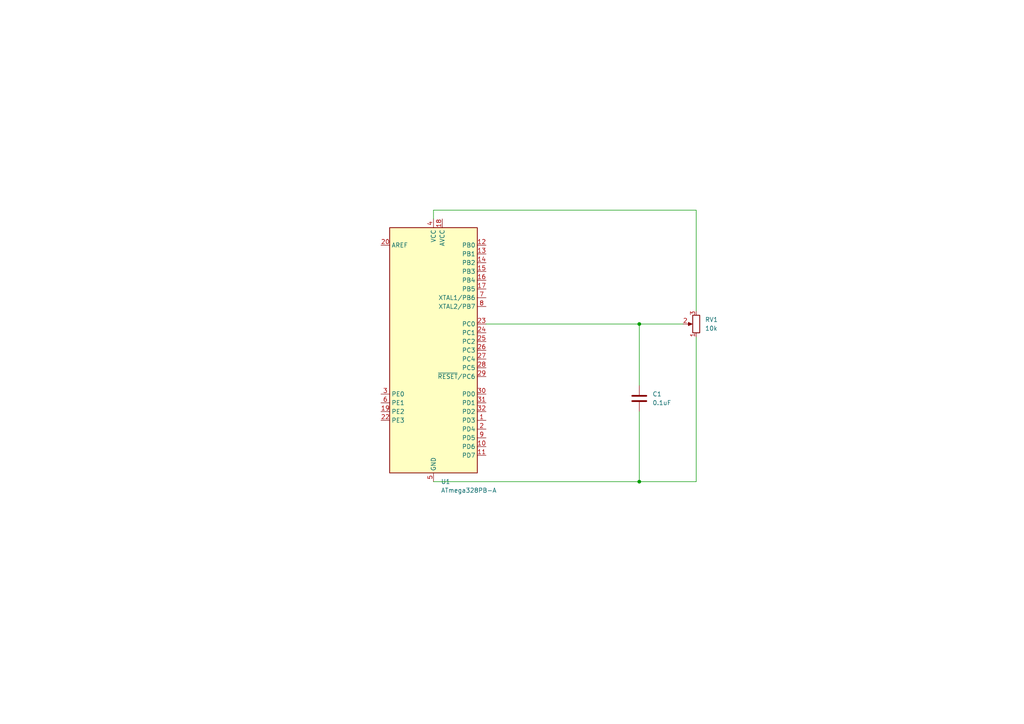
<source format=kicad_sch>
(kicad_sch
	(version 20250114)
	(generator "eeschema")
	(generator_version "9.0")
	(uuid "1208a051-b884-4781-8c1b-6aac6f71227c")
	(paper "A4")
	(lib_symbols
		(symbol "Device:C"
			(pin_numbers
				(hide yes)
			)
			(pin_names
				(offset 0.254)
			)
			(exclude_from_sim no)
			(in_bom yes)
			(on_board yes)
			(property "Reference" "C"
				(at 0.635 2.54 0)
				(effects
					(font
						(size 1.27 1.27)
					)
					(justify left)
				)
			)
			(property "Value" "C"
				(at 0.635 -2.54 0)
				(effects
					(font
						(size 1.27 1.27)
					)
					(justify left)
				)
			)
			(property "Footprint" ""
				(at 0.9652 -3.81 0)
				(effects
					(font
						(size 1.27 1.27)
					)
					(hide yes)
				)
			)
			(property "Datasheet" "~"
				(at 0 0 0)
				(effects
					(font
						(size 1.27 1.27)
					)
					(hide yes)
				)
			)
			(property "Description" "Unpolarized capacitor"
				(at 0 0 0)
				(effects
					(font
						(size 1.27 1.27)
					)
					(hide yes)
				)
			)
			(property "ki_keywords" "cap capacitor"
				(at 0 0 0)
				(effects
					(font
						(size 1.27 1.27)
					)
					(hide yes)
				)
			)
			(property "ki_fp_filters" "C_*"
				(at 0 0 0)
				(effects
					(font
						(size 1.27 1.27)
					)
					(hide yes)
				)
			)
			(symbol "C_0_1"
				(polyline
					(pts
						(xy -2.032 0.762) (xy 2.032 0.762)
					)
					(stroke
						(width 0.508)
						(type default)
					)
					(fill
						(type none)
					)
				)
				(polyline
					(pts
						(xy -2.032 -0.762) (xy 2.032 -0.762)
					)
					(stroke
						(width 0.508)
						(type default)
					)
					(fill
						(type none)
					)
				)
			)
			(symbol "C_1_1"
				(pin passive line
					(at 0 3.81 270)
					(length 2.794)
					(name "~"
						(effects
							(font
								(size 1.27 1.27)
							)
						)
					)
					(number "1"
						(effects
							(font
								(size 1.27 1.27)
							)
						)
					)
				)
				(pin passive line
					(at 0 -3.81 90)
					(length 2.794)
					(name "~"
						(effects
							(font
								(size 1.27 1.27)
							)
						)
					)
					(number "2"
						(effects
							(font
								(size 1.27 1.27)
							)
						)
					)
				)
			)
			(embedded_fonts no)
		)
		(symbol "Device:R_Potentiometer"
			(pin_names
				(offset 1.016)
				(hide yes)
			)
			(exclude_from_sim no)
			(in_bom yes)
			(on_board yes)
			(property "Reference" "RV"
				(at -4.445 0 90)
				(effects
					(font
						(size 1.27 1.27)
					)
				)
			)
			(property "Value" "R_Potentiometer"
				(at -2.54 0 90)
				(effects
					(font
						(size 1.27 1.27)
					)
				)
			)
			(property "Footprint" ""
				(at 0 0 0)
				(effects
					(font
						(size 1.27 1.27)
					)
					(hide yes)
				)
			)
			(property "Datasheet" "~"
				(at 0 0 0)
				(effects
					(font
						(size 1.27 1.27)
					)
					(hide yes)
				)
			)
			(property "Description" "Potentiometer"
				(at 0 0 0)
				(effects
					(font
						(size 1.27 1.27)
					)
					(hide yes)
				)
			)
			(property "ki_keywords" "resistor variable"
				(at 0 0 0)
				(effects
					(font
						(size 1.27 1.27)
					)
					(hide yes)
				)
			)
			(property "ki_fp_filters" "Potentiometer*"
				(at 0 0 0)
				(effects
					(font
						(size 1.27 1.27)
					)
					(hide yes)
				)
			)
			(symbol "R_Potentiometer_0_1"
				(rectangle
					(start 1.016 2.54)
					(end -1.016 -2.54)
					(stroke
						(width 0.254)
						(type default)
					)
					(fill
						(type none)
					)
				)
				(polyline
					(pts
						(xy 1.143 0) (xy 2.286 0.508) (xy 2.286 -0.508) (xy 1.143 0)
					)
					(stroke
						(width 0)
						(type default)
					)
					(fill
						(type outline)
					)
				)
				(polyline
					(pts
						(xy 2.54 0) (xy 1.524 0)
					)
					(stroke
						(width 0)
						(type default)
					)
					(fill
						(type none)
					)
				)
			)
			(symbol "R_Potentiometer_1_1"
				(pin passive line
					(at 0 3.81 270)
					(length 1.27)
					(name "1"
						(effects
							(font
								(size 1.27 1.27)
							)
						)
					)
					(number "1"
						(effects
							(font
								(size 1.27 1.27)
							)
						)
					)
				)
				(pin passive line
					(at 0 -3.81 90)
					(length 1.27)
					(name "3"
						(effects
							(font
								(size 1.27 1.27)
							)
						)
					)
					(number "3"
						(effects
							(font
								(size 1.27 1.27)
							)
						)
					)
				)
				(pin passive line
					(at 3.81 0 180)
					(length 1.27)
					(name "2"
						(effects
							(font
								(size 1.27 1.27)
							)
						)
					)
					(number "2"
						(effects
							(font
								(size 1.27 1.27)
							)
						)
					)
				)
			)
			(embedded_fonts no)
		)
		(symbol "MCU_Microchip_ATmega:ATmega328PB-A"
			(exclude_from_sim no)
			(in_bom yes)
			(on_board yes)
			(property "Reference" "U"
				(at -12.7 36.83 0)
				(effects
					(font
						(size 1.27 1.27)
					)
					(justify left bottom)
				)
			)
			(property "Value" "ATmega328PB-A"
				(at 2.54 -36.83 0)
				(effects
					(font
						(size 1.27 1.27)
					)
					(justify left top)
				)
			)
			(property "Footprint" "Package_QFP:TQFP-32_7x7mm_P0.8mm"
				(at 0 0 0)
				(effects
					(font
						(size 1.27 1.27)
						(italic yes)
					)
					(hide yes)
				)
			)
			(property "Datasheet" "http://ww1.microchip.com/downloads/en/DeviceDoc/40001906C.pdf"
				(at 0 0 0)
				(effects
					(font
						(size 1.27 1.27)
					)
					(hide yes)
				)
			)
			(property "Description" "20MHz, 32kB Flash, 2kB SRAM, 1kB EEPROM, TQFP-32"
				(at 0 0 0)
				(effects
					(font
						(size 1.27 1.27)
					)
					(hide yes)
				)
			)
			(property "ki_keywords" "AVR 8bit Microcontroller MegaAVR"
				(at 0 0 0)
				(effects
					(font
						(size 1.27 1.27)
					)
					(hide yes)
				)
			)
			(property "ki_fp_filters" "TQFP*7x7mm*P0.8mm*"
				(at 0 0 0)
				(effects
					(font
						(size 1.27 1.27)
					)
					(hide yes)
				)
			)
			(symbol "ATmega328PB-A_0_1"
				(rectangle
					(start -12.7 -35.56)
					(end 12.7 35.56)
					(stroke
						(width 0.254)
						(type default)
					)
					(fill
						(type background)
					)
				)
			)
			(symbol "ATmega328PB-A_1_1"
				(pin passive line
					(at -15.24 30.48 0)
					(length 2.54)
					(name "AREF"
						(effects
							(font
								(size 1.27 1.27)
							)
						)
					)
					(number "20"
						(effects
							(font
								(size 1.27 1.27)
							)
						)
					)
				)
				(pin bidirectional line
					(at -15.24 -12.7 0)
					(length 2.54)
					(name "PE0"
						(effects
							(font
								(size 1.27 1.27)
							)
						)
					)
					(number "3"
						(effects
							(font
								(size 1.27 1.27)
							)
						)
					)
				)
				(pin bidirectional line
					(at -15.24 -15.24 0)
					(length 2.54)
					(name "PE1"
						(effects
							(font
								(size 1.27 1.27)
							)
						)
					)
					(number "6"
						(effects
							(font
								(size 1.27 1.27)
							)
						)
					)
				)
				(pin bidirectional line
					(at -15.24 -17.78 0)
					(length 2.54)
					(name "PE2"
						(effects
							(font
								(size 1.27 1.27)
							)
						)
					)
					(number "19"
						(effects
							(font
								(size 1.27 1.27)
							)
						)
					)
				)
				(pin bidirectional line
					(at -15.24 -20.32 0)
					(length 2.54)
					(name "PE3"
						(effects
							(font
								(size 1.27 1.27)
							)
						)
					)
					(number "22"
						(effects
							(font
								(size 1.27 1.27)
							)
						)
					)
				)
				(pin power_in line
					(at 0 38.1 270)
					(length 2.54)
					(name "VCC"
						(effects
							(font
								(size 1.27 1.27)
							)
						)
					)
					(number "4"
						(effects
							(font
								(size 1.27 1.27)
							)
						)
					)
				)
				(pin passive line
					(at 0 -38.1 90)
					(length 2.54)
					(hide yes)
					(name "GND"
						(effects
							(font
								(size 1.27 1.27)
							)
						)
					)
					(number "21"
						(effects
							(font
								(size 1.27 1.27)
							)
						)
					)
				)
				(pin power_in line
					(at 0 -38.1 90)
					(length 2.54)
					(name "GND"
						(effects
							(font
								(size 1.27 1.27)
							)
						)
					)
					(number "5"
						(effects
							(font
								(size 1.27 1.27)
							)
						)
					)
				)
				(pin power_in line
					(at 2.54 38.1 270)
					(length 2.54)
					(name "AVCC"
						(effects
							(font
								(size 1.27 1.27)
							)
						)
					)
					(number "18"
						(effects
							(font
								(size 1.27 1.27)
							)
						)
					)
				)
				(pin bidirectional line
					(at 15.24 30.48 180)
					(length 2.54)
					(name "PB0"
						(effects
							(font
								(size 1.27 1.27)
							)
						)
					)
					(number "12"
						(effects
							(font
								(size 1.27 1.27)
							)
						)
					)
				)
				(pin bidirectional line
					(at 15.24 27.94 180)
					(length 2.54)
					(name "PB1"
						(effects
							(font
								(size 1.27 1.27)
							)
						)
					)
					(number "13"
						(effects
							(font
								(size 1.27 1.27)
							)
						)
					)
				)
				(pin bidirectional line
					(at 15.24 25.4 180)
					(length 2.54)
					(name "PB2"
						(effects
							(font
								(size 1.27 1.27)
							)
						)
					)
					(number "14"
						(effects
							(font
								(size 1.27 1.27)
							)
						)
					)
				)
				(pin bidirectional line
					(at 15.24 22.86 180)
					(length 2.54)
					(name "PB3"
						(effects
							(font
								(size 1.27 1.27)
							)
						)
					)
					(number "15"
						(effects
							(font
								(size 1.27 1.27)
							)
						)
					)
				)
				(pin bidirectional line
					(at 15.24 20.32 180)
					(length 2.54)
					(name "PB4"
						(effects
							(font
								(size 1.27 1.27)
							)
						)
					)
					(number "16"
						(effects
							(font
								(size 1.27 1.27)
							)
						)
					)
				)
				(pin bidirectional line
					(at 15.24 17.78 180)
					(length 2.54)
					(name "PB5"
						(effects
							(font
								(size 1.27 1.27)
							)
						)
					)
					(number "17"
						(effects
							(font
								(size 1.27 1.27)
							)
						)
					)
				)
				(pin bidirectional line
					(at 15.24 15.24 180)
					(length 2.54)
					(name "XTAL1/PB6"
						(effects
							(font
								(size 1.27 1.27)
							)
						)
					)
					(number "7"
						(effects
							(font
								(size 1.27 1.27)
							)
						)
					)
				)
				(pin bidirectional line
					(at 15.24 12.7 180)
					(length 2.54)
					(name "XTAL2/PB7"
						(effects
							(font
								(size 1.27 1.27)
							)
						)
					)
					(number "8"
						(effects
							(font
								(size 1.27 1.27)
							)
						)
					)
				)
				(pin bidirectional line
					(at 15.24 7.62 180)
					(length 2.54)
					(name "PC0"
						(effects
							(font
								(size 1.27 1.27)
							)
						)
					)
					(number "23"
						(effects
							(font
								(size 1.27 1.27)
							)
						)
					)
				)
				(pin bidirectional line
					(at 15.24 5.08 180)
					(length 2.54)
					(name "PC1"
						(effects
							(font
								(size 1.27 1.27)
							)
						)
					)
					(number "24"
						(effects
							(font
								(size 1.27 1.27)
							)
						)
					)
				)
				(pin bidirectional line
					(at 15.24 2.54 180)
					(length 2.54)
					(name "PC2"
						(effects
							(font
								(size 1.27 1.27)
							)
						)
					)
					(number "25"
						(effects
							(font
								(size 1.27 1.27)
							)
						)
					)
				)
				(pin bidirectional line
					(at 15.24 0 180)
					(length 2.54)
					(name "PC3"
						(effects
							(font
								(size 1.27 1.27)
							)
						)
					)
					(number "26"
						(effects
							(font
								(size 1.27 1.27)
							)
						)
					)
				)
				(pin bidirectional line
					(at 15.24 -2.54 180)
					(length 2.54)
					(name "PC4"
						(effects
							(font
								(size 1.27 1.27)
							)
						)
					)
					(number "27"
						(effects
							(font
								(size 1.27 1.27)
							)
						)
					)
				)
				(pin bidirectional line
					(at 15.24 -5.08 180)
					(length 2.54)
					(name "PC5"
						(effects
							(font
								(size 1.27 1.27)
							)
						)
					)
					(number "28"
						(effects
							(font
								(size 1.27 1.27)
							)
						)
					)
				)
				(pin bidirectional line
					(at 15.24 -7.62 180)
					(length 2.54)
					(name "~{RESET}/PC6"
						(effects
							(font
								(size 1.27 1.27)
							)
						)
					)
					(number "29"
						(effects
							(font
								(size 1.27 1.27)
							)
						)
					)
				)
				(pin bidirectional line
					(at 15.24 -12.7 180)
					(length 2.54)
					(name "PD0"
						(effects
							(font
								(size 1.27 1.27)
							)
						)
					)
					(number "30"
						(effects
							(font
								(size 1.27 1.27)
							)
						)
					)
				)
				(pin bidirectional line
					(at 15.24 -15.24 180)
					(length 2.54)
					(name "PD1"
						(effects
							(font
								(size 1.27 1.27)
							)
						)
					)
					(number "31"
						(effects
							(font
								(size 1.27 1.27)
							)
						)
					)
				)
				(pin bidirectional line
					(at 15.24 -17.78 180)
					(length 2.54)
					(name "PD2"
						(effects
							(font
								(size 1.27 1.27)
							)
						)
					)
					(number "32"
						(effects
							(font
								(size 1.27 1.27)
							)
						)
					)
				)
				(pin bidirectional line
					(at 15.24 -20.32 180)
					(length 2.54)
					(name "PD3"
						(effects
							(font
								(size 1.27 1.27)
							)
						)
					)
					(number "1"
						(effects
							(font
								(size 1.27 1.27)
							)
						)
					)
				)
				(pin bidirectional line
					(at 15.24 -22.86 180)
					(length 2.54)
					(name "PD4"
						(effects
							(font
								(size 1.27 1.27)
							)
						)
					)
					(number "2"
						(effects
							(font
								(size 1.27 1.27)
							)
						)
					)
				)
				(pin bidirectional line
					(at 15.24 -25.4 180)
					(length 2.54)
					(name "PD5"
						(effects
							(font
								(size 1.27 1.27)
							)
						)
					)
					(number "9"
						(effects
							(font
								(size 1.27 1.27)
							)
						)
					)
				)
				(pin bidirectional line
					(at 15.24 -27.94 180)
					(length 2.54)
					(name "PD6"
						(effects
							(font
								(size 1.27 1.27)
							)
						)
					)
					(number "10"
						(effects
							(font
								(size 1.27 1.27)
							)
						)
					)
				)
				(pin bidirectional line
					(at 15.24 -30.48 180)
					(length 2.54)
					(name "PD7"
						(effects
							(font
								(size 1.27 1.27)
							)
						)
					)
					(number "11"
						(effects
							(font
								(size 1.27 1.27)
							)
						)
					)
				)
			)
			(embedded_fonts no)
		)
	)
	(junction
		(at 185.42 139.7)
		(diameter 0)
		(color 0 0 0 0)
		(uuid "7b2445ed-855c-4622-8b05-b35efc4d05fd")
	)
	(junction
		(at 185.42 93.98)
		(diameter 0)
		(color 0 0 0 0)
		(uuid "ba8f331b-5aa1-40d6-b4ae-ad8c1dd739e5")
	)
	(wire
		(pts
			(xy 201.93 139.7) (xy 185.42 139.7)
		)
		(stroke
			(width 0)
			(type default)
		)
		(uuid "334a61f6-7041-4462-8d31-9d363216b1bc")
	)
	(wire
		(pts
			(xy 201.93 97.79) (xy 201.93 139.7)
		)
		(stroke
			(width 0)
			(type default)
		)
		(uuid "423d5c5e-6af3-47bf-889e-3a1d8e636d9c")
	)
	(wire
		(pts
			(xy 125.73 63.5) (xy 125.73 60.96)
		)
		(stroke
			(width 0)
			(type default)
		)
		(uuid "48ce16d2-1e66-4991-8d99-d59589529081")
	)
	(wire
		(pts
			(xy 140.97 93.98) (xy 185.42 93.98)
		)
		(stroke
			(width 0)
			(type default)
		)
		(uuid "5ee7865e-1e20-4e56-a137-610c6078d93d")
	)
	(wire
		(pts
			(xy 185.42 93.98) (xy 198.12 93.98)
		)
		(stroke
			(width 0)
			(type default)
		)
		(uuid "62c63fe0-b504-4d7d-bd8b-6003c871b35d")
	)
	(wire
		(pts
			(xy 125.73 60.96) (xy 201.93 60.96)
		)
		(stroke
			(width 0)
			(type default)
		)
		(uuid "7587eb33-9942-4f6c-bf14-e8e48af0f78d")
	)
	(wire
		(pts
			(xy 185.42 139.7) (xy 185.42 119.38)
		)
		(stroke
			(width 0)
			(type default)
		)
		(uuid "870936ad-49bb-40bb-9a62-55b702761f08")
	)
	(wire
		(pts
			(xy 125.73 139.7) (xy 185.42 139.7)
		)
		(stroke
			(width 0)
			(type default)
		)
		(uuid "c231808a-a649-4215-b279-a966315565a2")
	)
	(wire
		(pts
			(xy 185.42 111.76) (xy 185.42 93.98)
		)
		(stroke
			(width 0)
			(type default)
		)
		(uuid "d5793789-5c2c-4d66-9de0-2adbc888a14c")
	)
	(wire
		(pts
			(xy 201.93 60.96) (xy 201.93 90.17)
		)
		(stroke
			(width 0)
			(type default)
		)
		(uuid "e69161ee-d11f-4fca-94c4-396385ad603c")
	)
	(symbol
		(lib_id "Device:R_Potentiometer")
		(at 201.93 93.98 180)
		(unit 1)
		(exclude_from_sim no)
		(in_bom yes)
		(on_board yes)
		(dnp no)
		(fields_autoplaced yes)
		(uuid "7764a641-934f-4efb-a40d-e7fc1fe564bf")
		(property "Reference" "RV1"
			(at 204.47 92.7099 0)
			(effects
				(font
					(size 1.27 1.27)
				)
				(justify right)
			)
		)
		(property "Value" "10k"
			(at 204.47 95.2499 0)
			(effects
				(font
					(size 1.27 1.27)
				)
				(justify right)
			)
		)
		(property "Footprint" ""
			(at 201.93 93.98 0)
			(effects
				(font
					(size 1.27 1.27)
				)
				(hide yes)
			)
		)
		(property "Datasheet" "~"
			(at 201.93 93.98 0)
			(effects
				(font
					(size 1.27 1.27)
				)
				(hide yes)
			)
		)
		(property "Description" "Potentiometer"
			(at 201.93 93.98 0)
			(effects
				(font
					(size 1.27 1.27)
				)
				(hide yes)
			)
		)
		(pin "2"
			(uuid "d8775c56-5ac5-4216-b01e-c333e84af6b1")
		)
		(pin "3"
			(uuid "be9bd2f1-0789-4098-bb5f-7822cff92b9b")
		)
		(pin "1"
			(uuid "85d5880c-30cb-4d30-b0bb-34eb02035799")
		)
		(instances
			(project ""
				(path "/1208a051-b884-4781-8c1b-6aac6f71227c"
					(reference "RV1")
					(unit 1)
				)
			)
		)
	)
	(symbol
		(lib_id "MCU_Microchip_ATmega:ATmega328PB-A")
		(at 125.73 101.6 0)
		(unit 1)
		(exclude_from_sim no)
		(in_bom yes)
		(on_board yes)
		(dnp no)
		(fields_autoplaced yes)
		(uuid "9f46b6da-955c-49cd-a226-1f76634f8d77")
		(property "Reference" "U1"
			(at 127.8733 139.7 0)
			(effects
				(font
					(size 1.27 1.27)
				)
				(justify left)
			)
		)
		(property "Value" "ATmega328PB-A"
			(at 127.8733 142.24 0)
			(effects
				(font
					(size 1.27 1.27)
				)
				(justify left)
			)
		)
		(property "Footprint" "Package_QFP:TQFP-32_7x7mm_P0.8mm"
			(at 125.73 101.6 0)
			(effects
				(font
					(size 1.27 1.27)
					(italic yes)
				)
				(hide yes)
			)
		)
		(property "Datasheet" "http://ww1.microchip.com/downloads/en/DeviceDoc/40001906C.pdf"
			(at 125.73 101.6 0)
			(effects
				(font
					(size 1.27 1.27)
				)
				(hide yes)
			)
		)
		(property "Description" "20MHz, 32kB Flash, 2kB SRAM, 1kB EEPROM, TQFP-32"
			(at 125.73 101.6 0)
			(effects
				(font
					(size 1.27 1.27)
				)
				(hide yes)
			)
		)
		(pin "20"
			(uuid "5cde67a9-851a-4113-9f94-0eb2c40bde75")
		)
		(pin "19"
			(uuid "9c88dda0-9ec9-48d2-bcf7-0da1aee5364c")
		)
		(pin "17"
			(uuid "8e184fd8-9be7-478e-acca-fa3d664b7553")
		)
		(pin "26"
			(uuid "bdc479d9-fb9a-4f40-9fc6-b600e5851e23")
		)
		(pin "23"
			(uuid "8004039b-2977-4d14-bda4-5e65c943ffdf")
		)
		(pin "29"
			(uuid "bbd5ea67-1666-4213-b5f0-1106ae077aa7")
		)
		(pin "15"
			(uuid "77429771-7915-4fe7-bd13-0cb6377f09fd")
		)
		(pin "30"
			(uuid "d1c96eb5-4ea9-4083-8772-6282d7ffa300")
		)
		(pin "1"
			(uuid "e9ff353b-9122-407b-9431-fa648ddfc3dc")
		)
		(pin "28"
			(uuid "70e83ab0-4c47-431a-858b-b37f26bd0dfc")
		)
		(pin "31"
			(uuid "d5db4dcf-6c1c-4c1e-92c4-fdf44b749830")
		)
		(pin "8"
			(uuid "a0d22c36-9ac8-42b4-ab34-a7ae7600f15a")
		)
		(pin "13"
			(uuid "fc13e72e-4f65-457b-acc4-033474fa013b")
		)
		(pin "11"
			(uuid "d0d95934-2e23-447f-b1dd-eaac718c777c")
		)
		(pin "4"
			(uuid "02c5ec2c-5de3-44f6-b6ec-57a83afc942f")
		)
		(pin "27"
			(uuid "ebb40169-2187-46e6-a70c-ebdc5a9c95a3")
		)
		(pin "2"
			(uuid "3e4efa2f-6163-434b-a3b0-7e1c46c3101f")
		)
		(pin "6"
			(uuid "91437d52-4082-4eaf-8202-241651e9275d")
		)
		(pin "12"
			(uuid "c1c26f64-daef-4883-8a5a-9c2648285e3d")
		)
		(pin "3"
			(uuid "0aff2310-eca5-465a-8598-52abc2d4e81d")
		)
		(pin "22"
			(uuid "7eb47831-209b-4297-8b80-427898dbd269")
		)
		(pin "5"
			(uuid "4a317bdd-90c1-4cb0-9f8d-09d2bc8f515d")
		)
		(pin "18"
			(uuid "47b8ca0b-7e2e-4e27-8109-c7723effa267")
		)
		(pin "14"
			(uuid "758882ed-6121-4741-8a91-642c121d6464")
		)
		(pin "7"
			(uuid "cab5b209-a8e0-4c32-9d99-2895f7cee2ef")
		)
		(pin "25"
			(uuid "e99cca82-a3de-4105-913d-6d985d3d34f7")
		)
		(pin "16"
			(uuid "09888fda-7188-49dd-a204-c1a3f8ad085b")
		)
		(pin "21"
			(uuid "772b75d8-c5ff-4f16-b4aa-53e775095718")
		)
		(pin "24"
			(uuid "79c7b9c0-6aaf-4fce-9116-a0720f1faa57")
		)
		(pin "32"
			(uuid "27e02595-c9e3-4a1b-bc82-f04d7b49fbff")
		)
		(pin "9"
			(uuid "a81dfb0f-cdaa-40c3-b08e-cd710ea51da2")
		)
		(pin "10"
			(uuid "61b0343d-14aa-42e9-b6a8-59e0892dcc69")
		)
		(instances
			(project ""
				(path "/1208a051-b884-4781-8c1b-6aac6f71227c"
					(reference "U1")
					(unit 1)
				)
			)
		)
	)
	(symbol
		(lib_id "Device:C")
		(at 185.42 115.57 0)
		(unit 1)
		(exclude_from_sim no)
		(in_bom yes)
		(on_board yes)
		(dnp no)
		(fields_autoplaced yes)
		(uuid "e3fb76b2-eb76-4400-9c11-ad539c264da8")
		(property "Reference" "C1"
			(at 189.23 114.2999 0)
			(effects
				(font
					(size 1.27 1.27)
				)
				(justify left)
			)
		)
		(property "Value" "0.1uF"
			(at 189.23 116.8399 0)
			(effects
				(font
					(size 1.27 1.27)
				)
				(justify left)
			)
		)
		(property "Footprint" ""
			(at 186.3852 119.38 0)
			(effects
				(font
					(size 1.27 1.27)
				)
				(hide yes)
			)
		)
		(property "Datasheet" "~"
			(at 185.42 115.57 0)
			(effects
				(font
					(size 1.27 1.27)
				)
				(hide yes)
			)
		)
		(property "Description" "Unpolarized capacitor"
			(at 185.42 115.57 0)
			(effects
				(font
					(size 1.27 1.27)
				)
				(hide yes)
			)
		)
		(pin "2"
			(uuid "1cd0c269-e6b6-4992-a233-b4067b6c2007")
		)
		(pin "1"
			(uuid "0cbd52e0-644f-41be-86a2-e91ab613230d")
		)
		(instances
			(project ""
				(path "/1208a051-b884-4781-8c1b-6aac6f71227c"
					(reference "C1")
					(unit 1)
				)
			)
		)
	)
	(sheet_instances
		(path "/"
			(page "1")
		)
	)
	(embedded_fonts no)
)

</source>
